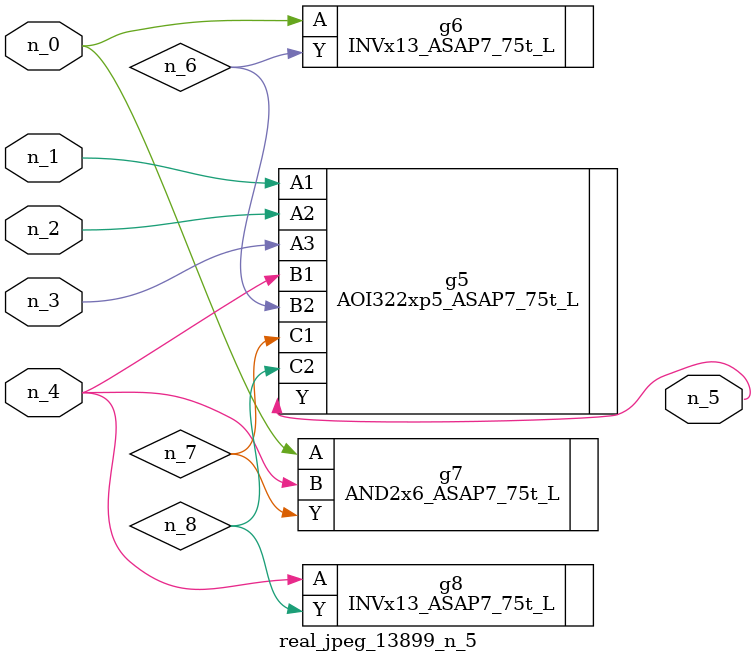
<source format=v>
module real_jpeg_13899_n_5 (n_4, n_0, n_1, n_2, n_3, n_5);

input n_4;
input n_0;
input n_1;
input n_2;
input n_3;

output n_5;

wire n_8;
wire n_6;
wire n_7;

INVx13_ASAP7_75t_L g6 ( 
.A(n_0),
.Y(n_6)
);

AND2x6_ASAP7_75t_L g7 ( 
.A(n_0),
.B(n_4),
.Y(n_7)
);

AOI322xp5_ASAP7_75t_L g5 ( 
.A1(n_1),
.A2(n_2),
.A3(n_3),
.B1(n_4),
.B2(n_6),
.C1(n_7),
.C2(n_8),
.Y(n_5)
);

INVx13_ASAP7_75t_L g8 ( 
.A(n_4),
.Y(n_8)
);


endmodule
</source>
